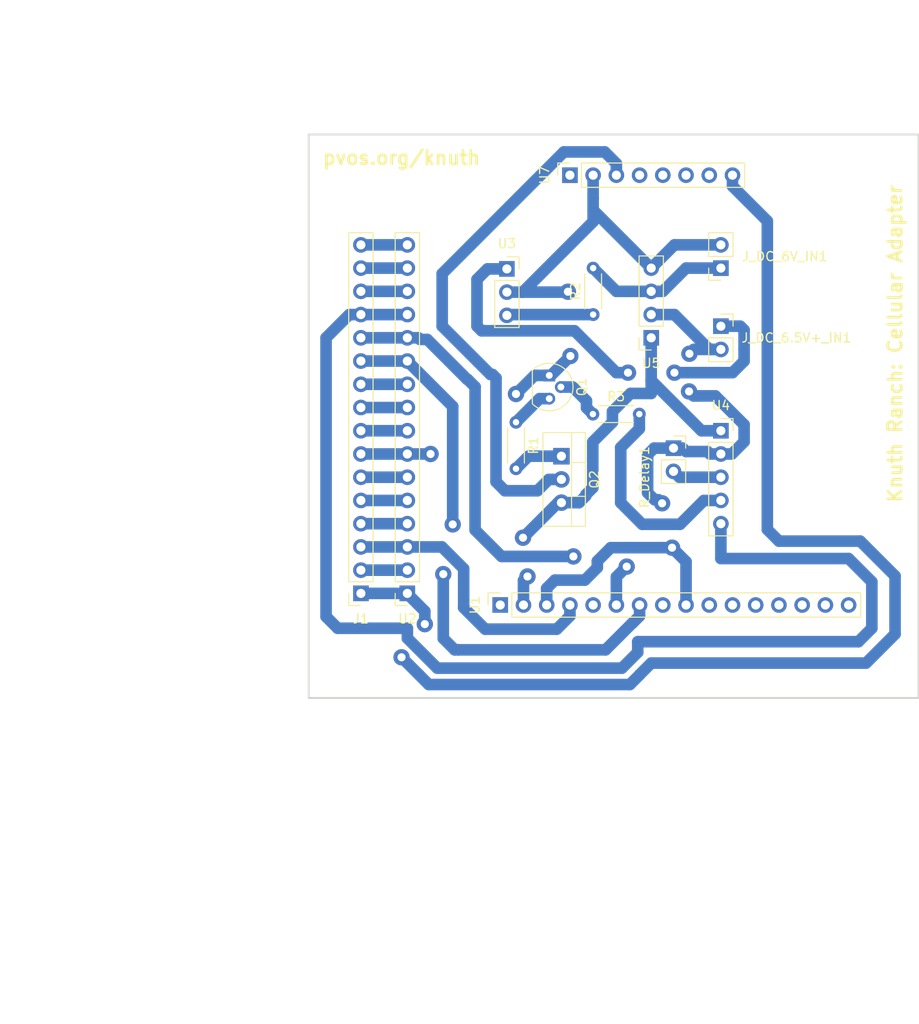
<source format=kicad_pcb>
(kicad_pcb (version 20171130) (host pcbnew 5.0.0-fee4fd1~65~ubuntu17.10.1)

  (general
    (thickness 1.6)
    (drawings 32)
    (tracks 213)
    (zones 0)
    (modules 15)
    (nets 27)
  )

  (page A4)
  (layers
    (0 F.Cu signal)
    (31 B.Cu signal)
    (32 B.Adhes user)
    (33 F.Adhes user)
    (34 B.Paste user)
    (35 F.Paste user)
    (36 B.SilkS user)
    (37 F.SilkS user)
    (38 B.Mask user)
    (39 F.Mask user)
    (40 Dwgs.User user)
    (41 Cmts.User user)
    (42 Eco1.User user)
    (43 Eco2.User user)
    (44 Edge.Cuts user)
    (45 Margin user)
    (46 B.CrtYd user)
    (47 F.CrtYd user)
    (48 B.Fab user)
    (49 F.Fab user)
  )

  (setup
    (last_trace_width 1.27)
    (user_trace_width 0.254)
    (user_trace_width 0.381)
    (user_trace_width 0.635)
    (user_trace_width 1.27)
    (user_trace_width 1.905)
    (user_trace_width 2.54)
    (trace_clearance 0.2)
    (zone_clearance 0.508)
    (zone_45_only no)
    (trace_min 0.2)
    (segment_width 0.2)
    (edge_width 0.15)
    (via_size 1.778)
    (via_drill 0.889)
    (via_min_size 0.4)
    (via_min_drill 0.508)
    (uvia_size 0.3)
    (uvia_drill 0.1)
    (uvias_allowed no)
    (uvia_min_size 0.2)
    (uvia_min_drill 0.1)
    (pcb_text_width 0.3)
    (pcb_text_size 1.5 1.5)
    (mod_edge_width 0.15)
    (mod_text_size 1 1)
    (mod_text_width 0.15)
    (pad_size 1.4 1.4)
    (pad_drill 0.7)
    (pad_to_mask_clearance 0.051)
    (solder_mask_min_width 0.25)
    (aux_axis_origin 0 0)
    (visible_elements FFFDFF7F)
    (pcbplotparams
      (layerselection 0x010fc_ffffffff)
      (usegerberextensions false)
      (usegerberattributes false)
      (usegerberadvancedattributes false)
      (creategerberjobfile false)
      (excludeedgelayer true)
      (linewidth 0.100000)
      (plotframeref false)
      (viasonmask false)
      (mode 1)
      (useauxorigin false)
      (hpglpennumber 1)
      (hpglpenspeed 20)
      (hpglpendiameter 15.000000)
      (psnegative false)
      (psa4output false)
      (plotreference true)
      (plotvalue true)
      (plotinvisibletext false)
      (padsonsilk false)
      (subtractmaskfromsilk false)
      (outputformat 1)
      (mirror false)
      (drillshape 0)
      (scaleselection 1)
      (outputdirectory "gerb"))
  )

  (net 0 "")
  (net 1 "Net-(J_DC_6.5V+_IN1-Pad1)")
  (net 2 GND)
  (net 3 "Net-(J_DC_6V_IN1-Pad1)")
  (net 4 "Net-(Q2-Pad1)")
  (net 5 "Net-(R2-Pad1)")
  (net 6 "Net-(R3-Pad2)")
  (net 7 "Net-(Q1-Pad2)")
  (net 8 "Net-(R_Delay1-Pad2)")
  (net 9 +BATT)
  (net 10 "Net-(Q2-Pad2)")
  (net 11 "Net-(J1-Pad3)")
  (net 12 "Net-(J1-Pad12)")
  (net 13 "Net-(J1-Pad11)")
  (net 14 "Net-(J1-Pad16)")
  (net 15 "Net-(J1-Pad15)")
  (net 16 "Net-(J1-Pad14)")
  (net 17 "Net-(J1-Pad13)")
  (net 18 "Net-(J1-Pad10)")
  (net 19 "Net-(J1-Pad9)")
  (net 20 "Net-(J1-Pad8)")
  (net 21 "Net-(J1-Pad6)")
  (net 22 "Net-(J1-Pad5)")
  (net 23 "Net-(J1-Pad4)")
  (net 24 "Net-(J1-Pad2)")
  (net 25 "Net-(J1-Pad1)")
  (net 26 "Net-(Q1-Pad3)")

  (net_class Default "This is the default net class."
    (clearance 0.2)
    (trace_width 0.25)
    (via_dia 1.778)
    (via_drill 0.889)
    (uvia_dia 0.3)
    (uvia_drill 0.1)
    (add_net +BATT)
    (add_net GND)
    (add_net "Net-(J1-Pad1)")
    (add_net "Net-(J1-Pad10)")
    (add_net "Net-(J1-Pad11)")
    (add_net "Net-(J1-Pad12)")
    (add_net "Net-(J1-Pad13)")
    (add_net "Net-(J1-Pad14)")
    (add_net "Net-(J1-Pad15)")
    (add_net "Net-(J1-Pad16)")
    (add_net "Net-(J1-Pad2)")
    (add_net "Net-(J1-Pad3)")
    (add_net "Net-(J1-Pad4)")
    (add_net "Net-(J1-Pad5)")
    (add_net "Net-(J1-Pad6)")
    (add_net "Net-(J1-Pad8)")
    (add_net "Net-(J1-Pad9)")
    (add_net "Net-(J_DC_6.5V+_IN1-Pad1)")
    (add_net "Net-(J_DC_6V_IN1-Pad1)")
    (add_net "Net-(Q1-Pad2)")
    (add_net "Net-(Q1-Pad3)")
    (add_net "Net-(Q2-Pad1)")
    (add_net "Net-(Q2-Pad2)")
    (add_net "Net-(R2-Pad1)")
    (add_net "Net-(R3-Pad2)")
    (add_net "Net-(R_Delay1-Pad2)")
  )

  (module Connector_PinSocket_2.54mm:PinSocket_1x02_P2.54mm_Vertical (layer F.Cu) (tedit 5A19A420) (tstamp 5D1A7A85)
    (at 254 77.47)
    (descr "Through hole straight socket strip, 1x02, 2.54mm pitch, single row (from Kicad 4.0.7), script generated")
    (tags "Through hole socket strip THT 1x02 2.54mm single row")
    (path /5D1BF711)
    (fp_text reference J_DC_6.5V+_IN1 (at 8.255 1.27 180) (layer F.SilkS)
      (effects (font (size 1 1) (thickness 0.15)))
    )
    (fp_text value Conn_01x02_Female (at 0 5.31) (layer F.Fab)
      (effects (font (size 1 1) (thickness 0.15)))
    )
    (fp_line (start -1.27 -1.27) (end 0.635 -1.27) (layer F.Fab) (width 0.1))
    (fp_line (start 0.635 -1.27) (end 1.27 -0.635) (layer F.Fab) (width 0.1))
    (fp_line (start 1.27 -0.635) (end 1.27 3.81) (layer F.Fab) (width 0.1))
    (fp_line (start 1.27 3.81) (end -1.27 3.81) (layer F.Fab) (width 0.1))
    (fp_line (start -1.27 3.81) (end -1.27 -1.27) (layer F.Fab) (width 0.1))
    (fp_line (start -1.33 1.27) (end 1.33 1.27) (layer F.SilkS) (width 0.12))
    (fp_line (start -1.33 1.27) (end -1.33 3.87) (layer F.SilkS) (width 0.12))
    (fp_line (start -1.33 3.87) (end 1.33 3.87) (layer F.SilkS) (width 0.12))
    (fp_line (start 1.33 1.27) (end 1.33 3.87) (layer F.SilkS) (width 0.12))
    (fp_line (start 1.33 -1.33) (end 1.33 0) (layer F.SilkS) (width 0.12))
    (fp_line (start 0 -1.33) (end 1.33 -1.33) (layer F.SilkS) (width 0.12))
    (fp_line (start -1.8 -1.8) (end 1.75 -1.8) (layer F.CrtYd) (width 0.05))
    (fp_line (start 1.75 -1.8) (end 1.75 4.3) (layer F.CrtYd) (width 0.05))
    (fp_line (start 1.75 4.3) (end -1.8 4.3) (layer F.CrtYd) (width 0.05))
    (fp_line (start -1.8 4.3) (end -1.8 -1.8) (layer F.CrtYd) (width 0.05))
    (fp_text user %R (at 0 1.27 90) (layer F.Fab)
      (effects (font (size 1 1) (thickness 0.15)))
    )
    (pad 1 thru_hole rect (at 0 0) (size 1.7 1.7) (drill 1) (layers *.Cu *.Mask)
      (net 1 "Net-(J_DC_6.5V+_IN1-Pad1)"))
    (pad 2 thru_hole oval (at 0 2.54) (size 1.7 1.7) (drill 1) (layers *.Cu *.Mask)
      (net 2 GND))
    (model ${KISYS3DMOD}/Connector_PinSocket_2.54mm.3dshapes/PinSocket_1x02_P2.54mm_Vertical.wrl
      (at (xyz 0 0 0))
      (scale (xyz 1 1 1))
      (rotate (xyz 0 0 0))
    )
  )

  (module Connector_PinSocket_2.54mm:PinSocket_1x02_P2.54mm_Vertical (layer F.Cu) (tedit 5A19A420) (tstamp 5D26F7CA)
    (at 254 71.12 180)
    (descr "Through hole straight socket strip, 1x02, 2.54mm pitch, single row (from Kicad 4.0.7), script generated")
    (tags "Through hole socket strip THT 1x02 2.54mm single row")
    (path /5D1B33C1)
    (fp_text reference J_DC_6V_IN1 (at -6.985 1.27 180) (layer F.SilkS)
      (effects (font (size 1 1) (thickness 0.15)))
    )
    (fp_text value Conn_01x02_Female (at 0 5.31 180) (layer F.Fab)
      (effects (font (size 1 1) (thickness 0.15)))
    )
    (fp_text user %R (at 0 1.27 270) (layer F.Fab)
      (effects (font (size 1 1) (thickness 0.15)))
    )
    (fp_line (start -1.8 4.3) (end -1.8 -1.8) (layer F.CrtYd) (width 0.05))
    (fp_line (start 1.75 4.3) (end -1.8 4.3) (layer F.CrtYd) (width 0.05))
    (fp_line (start 1.75 -1.8) (end 1.75 4.3) (layer F.CrtYd) (width 0.05))
    (fp_line (start -1.8 -1.8) (end 1.75 -1.8) (layer F.CrtYd) (width 0.05))
    (fp_line (start 0 -1.33) (end 1.33 -1.33) (layer F.SilkS) (width 0.12))
    (fp_line (start 1.33 -1.33) (end 1.33 0) (layer F.SilkS) (width 0.12))
    (fp_line (start 1.33 1.27) (end 1.33 3.87) (layer F.SilkS) (width 0.12))
    (fp_line (start -1.33 3.87) (end 1.33 3.87) (layer F.SilkS) (width 0.12))
    (fp_line (start -1.33 1.27) (end -1.33 3.87) (layer F.SilkS) (width 0.12))
    (fp_line (start -1.33 1.27) (end 1.33 1.27) (layer F.SilkS) (width 0.12))
    (fp_line (start -1.27 3.81) (end -1.27 -1.27) (layer F.Fab) (width 0.1))
    (fp_line (start 1.27 3.81) (end -1.27 3.81) (layer F.Fab) (width 0.1))
    (fp_line (start 1.27 -0.635) (end 1.27 3.81) (layer F.Fab) (width 0.1))
    (fp_line (start 0.635 -1.27) (end 1.27 -0.635) (layer F.Fab) (width 0.1))
    (fp_line (start -1.27 -1.27) (end 0.635 -1.27) (layer F.Fab) (width 0.1))
    (pad 2 thru_hole oval (at 0 2.54 180) (size 1.7 1.7) (drill 1) (layers *.Cu *.Mask)
      (net 2 GND))
    (pad 1 thru_hole rect (at 0 0 180) (size 1.7 1.7) (drill 1) (layers *.Cu *.Mask)
      (net 3 "Net-(J_DC_6V_IN1-Pad1)"))
    (model ${KISYS3DMOD}/Connector_PinSocket_2.54mm.3dshapes/PinSocket_1x02_P2.54mm_Vertical.wrl
      (at (xyz 0 0 0))
      (scale (xyz 1 1 1))
      (rotate (xyz 0 0 0))
    )
  )

  (module Resistor_THT:R_Axial_DIN0204_L3.6mm_D1.6mm_P5.08mm_Horizontal (layer F.Cu) (tedit 5AE5139B) (tstamp 5D26F7DD)
    (at 231.59 93.05 90)
    (descr "Resistor, Axial_DIN0204 series, Axial, Horizontal, pin pitch=5.08mm, 0.167W, length*diameter=3.6*1.6mm^2, http://cdn-reichelt.de/documents/datenblatt/B400/1_4W%23YAG.pdf")
    (tags "Resistor Axial_DIN0204 series Axial Horizontal pin pitch 5.08mm 0.167W length 3.6mm diameter 1.6mm")
    (path /5D190899)
    (fp_text reference R1 (at 2.54 1.905 90) (layer F.SilkS)
      (effects (font (size 1 1) (thickness 0.15)))
    )
    (fp_text value R (at 2.54 1.92 90) (layer F.Fab)
      (effects (font (size 1 1) (thickness 0.15)))
    )
    (fp_line (start 0.74 -0.8) (end 0.74 0.8) (layer F.Fab) (width 0.1))
    (fp_line (start 0.74 0.8) (end 4.34 0.8) (layer F.Fab) (width 0.1))
    (fp_line (start 4.34 0.8) (end 4.34 -0.8) (layer F.Fab) (width 0.1))
    (fp_line (start 4.34 -0.8) (end 0.74 -0.8) (layer F.Fab) (width 0.1))
    (fp_line (start 0 0) (end 0.74 0) (layer F.Fab) (width 0.1))
    (fp_line (start 5.08 0) (end 4.34 0) (layer F.Fab) (width 0.1))
    (fp_line (start 0.62 -0.92) (end 4.46 -0.92) (layer F.SilkS) (width 0.12))
    (fp_line (start 0.62 0.92) (end 4.46 0.92) (layer F.SilkS) (width 0.12))
    (fp_line (start -0.95 -1.05) (end -0.95 1.05) (layer F.CrtYd) (width 0.05))
    (fp_line (start -0.95 1.05) (end 6.03 1.05) (layer F.CrtYd) (width 0.05))
    (fp_line (start 6.03 1.05) (end 6.03 -1.05) (layer F.CrtYd) (width 0.05))
    (fp_line (start 6.03 -1.05) (end -0.95 -1.05) (layer F.CrtYd) (width 0.05))
    (fp_text user %R (at 2.54 0 90) (layer F.Fab)
      (effects (font (size 0.72 0.72) (thickness 0.108)))
    )
    (pad 1 thru_hole circle (at 0 0 90) (size 1.4 1.4) (drill 0.7) (layers *.Cu *.Mask)
      (net 4 "Net-(Q2-Pad1)"))
    (pad 2 thru_hole oval (at 5.08 0 90) (size 1.4 1.4) (drill 0.7) (layers *.Cu *.Mask)
      (net 26 "Net-(Q1-Pad3)"))
    (model ${KISYS3DMOD}/Resistor_THT.3dshapes/R_Axial_DIN0204_L3.6mm_D1.6mm_P5.08mm_Horizontal.wrl
      (at (xyz 0 0 0))
      (scale (xyz 1 1 1))
      (rotate (xyz 0 0 0))
    )
  )

  (module Resistor_THT:R_Axial_DIN0204_L3.6mm_D1.6mm_P5.08mm_Horizontal (layer F.Cu) (tedit 5D1A83D7) (tstamp 5D270B33)
    (at 240.03 76.2 90)
    (descr "Resistor, Axial_DIN0204 series, Axial, Horizontal, pin pitch=5.08mm, 0.167W, length*diameter=3.6*1.6mm^2, http://cdn-reichelt.de/documents/datenblatt/B400/1_4W%23YAG.pdf")
    (tags "Resistor Axial_DIN0204 series Axial Horizontal pin pitch 5.08mm 0.167W length 3.6mm diameter 1.6mm")
    (path /5D1CAEE6)
    (fp_text reference R2 (at 2.54 -1.92 90) (layer F.SilkS)
      (effects (font (size 1 1) (thickness 0.15)))
    )
    (fp_text value R (at 2.54 1.92 90) (layer F.Fab)
      (effects (font (size 1 1) (thickness 0.15)))
    )
    (fp_line (start 0.74 -0.8) (end 0.74 0.8) (layer F.Fab) (width 0.1))
    (fp_line (start 0.74 0.8) (end 4.34 0.8) (layer F.Fab) (width 0.1))
    (fp_line (start 4.34 0.8) (end 4.34 -0.8) (layer F.Fab) (width 0.1))
    (fp_line (start 4.34 -0.8) (end 0.74 -0.8) (layer F.Fab) (width 0.1))
    (fp_line (start 0 0) (end 0.74 0) (layer F.Fab) (width 0.1))
    (fp_line (start 5.08 0) (end 4.34 0) (layer F.Fab) (width 0.1))
    (fp_line (start 0.62 -0.92) (end 4.46 -0.92) (layer F.SilkS) (width 0.12))
    (fp_line (start 0.62 0.92) (end 4.46 0.92) (layer F.SilkS) (width 0.12))
    (fp_line (start -0.95 -1.05) (end -0.95 1.05) (layer F.CrtYd) (width 0.05))
    (fp_line (start -0.95 1.05) (end 6.03 1.05) (layer F.CrtYd) (width 0.05))
    (fp_line (start 6.03 1.05) (end 6.03 -1.05) (layer F.CrtYd) (width 0.05))
    (fp_line (start 6.03 -1.05) (end -0.95 -1.05) (layer F.CrtYd) (width 0.05))
    (fp_text user %R (at 2.54 0 90) (layer F.Fab)
      (effects (font (size 0.72 0.72) (thickness 0.108)))
    )
    (pad 1 thru_hole circle (at 0 0 90) (size 1.4 1.4) (drill 0.7) (layers *.Cu *.Mask)
      (net 5 "Net-(R2-Pad1)"))
    (pad 2 thru_hole oval (at 5.08 0 90) (size 1.4 1.4) (drill 0.7) (layers *.Cu *.Mask)
      (net 3 "Net-(J_DC_6V_IN1-Pad1)"))
    (model ${KISYS3DMOD}/Resistor_THT.3dshapes/R_Axial_DIN0204_L3.6mm_D1.6mm_P5.08mm_Horizontal.wrl
      (at (xyz 0 0 0))
      (scale (xyz 1 1 1))
      (rotate (xyz 0 0 0))
    )
  )

  (module Resistor_THT:R_Axial_DIN0204_L3.6mm_D1.6mm_P5.08mm_Horizontal (layer F.Cu) (tedit 5AE5139B) (tstamp 5D27141F)
    (at 240 87.08)
    (descr "Resistor, Axial_DIN0204 series, Axial, Horizontal, pin pitch=5.08mm, 0.167W, length*diameter=3.6*1.6mm^2, http://cdn-reichelt.de/documents/datenblatt/B400/1_4W%23YAG.pdf")
    (tags "Resistor Axial_DIN0204 series Axial Horizontal pin pitch 5.08mm 0.167W length 3.6mm diameter 1.6mm")
    (path /5D198BCF)
    (fp_text reference R3 (at 2.54 -1.92) (layer F.SilkS)
      (effects (font (size 1 1) (thickness 0.15)))
    )
    (fp_text value R (at 2.54 1.92) (layer F.Fab)
      (effects (font (size 1 1) (thickness 0.15)))
    )
    (fp_text user %R (at 2.54 0) (layer F.Fab)
      (effects (font (size 0.72 0.72) (thickness 0.108)))
    )
    (fp_line (start 6.03 -1.05) (end -0.95 -1.05) (layer F.CrtYd) (width 0.05))
    (fp_line (start 6.03 1.05) (end 6.03 -1.05) (layer F.CrtYd) (width 0.05))
    (fp_line (start -0.95 1.05) (end 6.03 1.05) (layer F.CrtYd) (width 0.05))
    (fp_line (start -0.95 -1.05) (end -0.95 1.05) (layer F.CrtYd) (width 0.05))
    (fp_line (start 0.62 0.92) (end 4.46 0.92) (layer F.SilkS) (width 0.12))
    (fp_line (start 0.62 -0.92) (end 4.46 -0.92) (layer F.SilkS) (width 0.12))
    (fp_line (start 5.08 0) (end 4.34 0) (layer F.Fab) (width 0.1))
    (fp_line (start 0 0) (end 0.74 0) (layer F.Fab) (width 0.1))
    (fp_line (start 4.34 -0.8) (end 0.74 -0.8) (layer F.Fab) (width 0.1))
    (fp_line (start 4.34 0.8) (end 4.34 -0.8) (layer F.Fab) (width 0.1))
    (fp_line (start 0.74 0.8) (end 4.34 0.8) (layer F.Fab) (width 0.1))
    (fp_line (start 0.74 -0.8) (end 0.74 0.8) (layer F.Fab) (width 0.1))
    (pad 2 thru_hole oval (at 5.08 0) (size 1.4 1.4) (drill 0.7) (layers *.Cu *.Mask)
      (net 6 "Net-(R3-Pad2)"))
    (pad 1 thru_hole circle (at 0 0) (size 1.4 1.4) (drill 0.7) (layers *.Cu *.Mask)
      (net 7 "Net-(Q1-Pad2)"))
    (model ${KISYS3DMOD}/Resistor_THT.3dshapes/R_Axial_DIN0204_L3.6mm_D1.6mm_P5.08mm_Horizontal.wrl
      (at (xyz 0 0 0))
      (scale (xyz 1 1 1))
      (rotate (xyz 0 0 0))
    )
  )

  (module Connector_PinSocket_2.54mm:PinSocket_1x02_P2.54mm_Vertical (layer F.Cu) (tedit 5A19A420) (tstamp 5D26FF4A)
    (at 248.82 90.8)
    (descr "Through hole straight socket strip, 1x02, 2.54mm pitch, single row (from Kicad 4.0.7), script generated")
    (tags "Through hole socket strip THT 1x02 2.54mm single row")
    (path /5D197A39)
    (fp_text reference R_Delay1 (at -3.175 3.175 90) (layer F.SilkS)
      (effects (font (size 1 1) (thickness 0.15)))
    )
    (fp_text value Conn_01x02_Female (at 0 5.31) (layer F.Fab)
      (effects (font (size 1 1) (thickness 0.15)))
    )
    (fp_line (start -1.27 -1.27) (end 0.635 -1.27) (layer F.Fab) (width 0.1))
    (fp_line (start 0.635 -1.27) (end 1.27 -0.635) (layer F.Fab) (width 0.1))
    (fp_line (start 1.27 -0.635) (end 1.27 3.81) (layer F.Fab) (width 0.1))
    (fp_line (start 1.27 3.81) (end -1.27 3.81) (layer F.Fab) (width 0.1))
    (fp_line (start -1.27 3.81) (end -1.27 -1.27) (layer F.Fab) (width 0.1))
    (fp_line (start -1.33 1.27) (end 1.33 1.27) (layer F.SilkS) (width 0.12))
    (fp_line (start -1.33 1.27) (end -1.33 3.87) (layer F.SilkS) (width 0.12))
    (fp_line (start -1.33 3.87) (end 1.33 3.87) (layer F.SilkS) (width 0.12))
    (fp_line (start 1.33 1.27) (end 1.33 3.87) (layer F.SilkS) (width 0.12))
    (fp_line (start 1.33 -1.33) (end 1.33 0) (layer F.SilkS) (width 0.12))
    (fp_line (start 0 -1.33) (end 1.33 -1.33) (layer F.SilkS) (width 0.12))
    (fp_line (start -1.8 -1.8) (end 1.75 -1.8) (layer F.CrtYd) (width 0.05))
    (fp_line (start 1.75 -1.8) (end 1.75 4.3) (layer F.CrtYd) (width 0.05))
    (fp_line (start 1.75 4.3) (end -1.8 4.3) (layer F.CrtYd) (width 0.05))
    (fp_line (start -1.8 4.3) (end -1.8 -1.8) (layer F.CrtYd) (width 0.05))
    (fp_text user %R (at 0 1.27 90) (layer F.Fab)
      (effects (font (size 1 1) (thickness 0.15)))
    )
    (pad 1 thru_hole rect (at 0 0) (size 1.7 1.7) (drill 1) (layers *.Cu *.Mask)
      (net 2 GND))
    (pad 2 thru_hole oval (at 0 2.54) (size 1.7 1.7) (drill 1) (layers *.Cu *.Mask)
      (net 8 "Net-(R_Delay1-Pad2)"))
    (model ${KISYS3DMOD}/Connector_PinSocket_2.54mm.3dshapes/PinSocket_1x02_P2.54mm_Vertical.wrl
      (at (xyz 0 0 0))
      (scale (xyz 1 1 1))
      (rotate (xyz 0 0 0))
    )
  )

  (module Connector_PinSocket_2.54mm:PinSocket_1x16_P2.54mm_Vertical (layer F.Cu) (tedit 5A19A41E) (tstamp 5D1A7868)
    (at 229.87 107.95 90)
    (descr "Through hole straight socket strip, 1x16, 2.54mm pitch, single row (from Kicad 4.0.7), script generated")
    (tags "Through hole socket strip THT 1x16 2.54mm single row")
    (path /5D195B61)
    (fp_text reference U1 (at 0 -2.77 90) (layer F.SilkS)
      (effects (font (size 1 1) (thickness 0.15)))
    )
    (fp_text value FONA808 (at 0 40.87 90) (layer F.Fab)
      (effects (font (size 1 1) (thickness 0.15)))
    )
    (fp_line (start -1.27 -1.27) (end 0.635 -1.27) (layer F.Fab) (width 0.1))
    (fp_line (start 0.635 -1.27) (end 1.27 -0.635) (layer F.Fab) (width 0.1))
    (fp_line (start 1.27 -0.635) (end 1.27 39.37) (layer F.Fab) (width 0.1))
    (fp_line (start 1.27 39.37) (end -1.27 39.37) (layer F.Fab) (width 0.1))
    (fp_line (start -1.27 39.37) (end -1.27 -1.27) (layer F.Fab) (width 0.1))
    (fp_line (start -1.33 1.27) (end 1.33 1.27) (layer F.SilkS) (width 0.12))
    (fp_line (start -1.33 1.27) (end -1.33 39.43) (layer F.SilkS) (width 0.12))
    (fp_line (start -1.33 39.43) (end 1.33 39.43) (layer F.SilkS) (width 0.12))
    (fp_line (start 1.33 1.27) (end 1.33 39.43) (layer F.SilkS) (width 0.12))
    (fp_line (start 1.33 -1.33) (end 1.33 0) (layer F.SilkS) (width 0.12))
    (fp_line (start 0 -1.33) (end 1.33 -1.33) (layer F.SilkS) (width 0.12))
    (fp_line (start -1.8 -1.8) (end 1.75 -1.8) (layer F.CrtYd) (width 0.05))
    (fp_line (start 1.75 -1.8) (end 1.75 39.9) (layer F.CrtYd) (width 0.05))
    (fp_line (start 1.75 39.9) (end -1.8 39.9) (layer F.CrtYd) (width 0.05))
    (fp_line (start -1.8 39.9) (end -1.8 -1.8) (layer F.CrtYd) (width 0.05))
    (fp_text user %R (at 0 19.05 180) (layer F.Fab)
      (effects (font (size 1 1) (thickness 0.15)))
    )
    (pad 1 thru_hole rect (at 0 0 90) (size 1.7 1.7) (drill 1) (layers *.Cu *.Mask))
    (pad 2 thru_hole oval (at 0 2.54 90) (size 1.7 1.7) (drill 1) (layers *.Cu *.Mask)
      (net 9 +BATT))
    (pad 3 thru_hole oval (at 0 5.08 90) (size 1.7 1.7) (drill 1) (layers *.Cu *.Mask)
      (net 2 GND))
    (pad 4 thru_hole oval (at 0 7.62 90) (size 1.7 1.7) (drill 1) (layers *.Cu *.Mask)
      (net 11 "Net-(J1-Pad3)"))
    (pad 5 thru_hole oval (at 0 10.16 90) (size 1.7 1.7) (drill 1) (layers *.Cu *.Mask))
    (pad 6 thru_hole oval (at 0 12.7 90) (size 1.7 1.7) (drill 1) (layers *.Cu *.Mask)
      (net 12 "Net-(J1-Pad12)"))
    (pad 7 thru_hole oval (at 0 15.24 90) (size 1.7 1.7) (drill 1) (layers *.Cu *.Mask)
      (net 13 "Net-(J1-Pad11)"))
    (pad 8 thru_hole oval (at 0 17.78 90) (size 1.7 1.7) (drill 1) (layers *.Cu *.Mask))
    (pad 9 thru_hole oval (at 0 20.32 90) (size 1.7 1.7) (drill 1) (layers *.Cu *.Mask)
      (net 2 GND))
    (pad 10 thru_hole oval (at 0 22.86 90) (size 1.7 1.7) (drill 1) (layers *.Cu *.Mask))
    (pad 11 thru_hole oval (at 0 25.4 90) (size 1.7 1.7) (drill 1) (layers *.Cu *.Mask))
    (pad 12 thru_hole oval (at 0 27.94 90) (size 1.7 1.7) (drill 1) (layers *.Cu *.Mask))
    (pad 13 thru_hole oval (at 0 30.48 90) (size 1.7 1.7) (drill 1) (layers *.Cu *.Mask))
    (pad 14 thru_hole oval (at 0 33.02 90) (size 1.7 1.7) (drill 1) (layers *.Cu *.Mask))
    (pad 15 thru_hole oval (at 0 35.56 90) (size 1.7 1.7) (drill 1) (layers *.Cu *.Mask))
    (pad 16 thru_hole oval (at 0 38.1 90) (size 1.7 1.7) (drill 1) (layers *.Cu *.Mask))
    (model ${KISYS3DMOD}/Connector_PinSocket_2.54mm.3dshapes/PinSocket_1x16_P2.54mm_Vertical.wrl
      (at (xyz 0 0 0))
      (scale (xyz 1 1 1))
      (rotate (xyz 0 0 0))
    )
  )

  (module Connector_PinSocket_2.54mm:PinSocket_1x16_P2.54mm_Vertical (layer F.Cu) (tedit 5A19A41E) (tstamp 5D26F861)
    (at 219.71 106.68 180)
    (descr "Through hole straight socket strip, 1x16, 2.54mm pitch, single row (from Kicad 4.0.7), script generated")
    (tags "Through hole socket strip THT 1x16 2.54mm single row")
    (path /5D19C257)
    (fp_text reference U2 (at 0 -2.77 180) (layer F.SilkS)
      (effects (font (size 1 1) (thickness 0.15)))
    )
    (fp_text value Q_RHS (at 0 40.87 180) (layer F.Fab)
      (effects (font (size 1 1) (thickness 0.15)))
    )
    (fp_text user %R (at 0 19.05 270) (layer F.Fab)
      (effects (font (size 1 1) (thickness 0.15)))
    )
    (fp_line (start -1.8 39.9) (end -1.8 -1.8) (layer F.CrtYd) (width 0.05))
    (fp_line (start 1.75 39.9) (end -1.8 39.9) (layer F.CrtYd) (width 0.05))
    (fp_line (start 1.75 -1.8) (end 1.75 39.9) (layer F.CrtYd) (width 0.05))
    (fp_line (start -1.8 -1.8) (end 1.75 -1.8) (layer F.CrtYd) (width 0.05))
    (fp_line (start 0 -1.33) (end 1.33 -1.33) (layer F.SilkS) (width 0.12))
    (fp_line (start 1.33 -1.33) (end 1.33 0) (layer F.SilkS) (width 0.12))
    (fp_line (start 1.33 1.27) (end 1.33 39.43) (layer F.SilkS) (width 0.12))
    (fp_line (start -1.33 39.43) (end 1.33 39.43) (layer F.SilkS) (width 0.12))
    (fp_line (start -1.33 1.27) (end -1.33 39.43) (layer F.SilkS) (width 0.12))
    (fp_line (start -1.33 1.27) (end 1.33 1.27) (layer F.SilkS) (width 0.12))
    (fp_line (start -1.27 39.37) (end -1.27 -1.27) (layer F.Fab) (width 0.1))
    (fp_line (start 1.27 39.37) (end -1.27 39.37) (layer F.Fab) (width 0.1))
    (fp_line (start 1.27 -0.635) (end 1.27 39.37) (layer F.Fab) (width 0.1))
    (fp_line (start 0.635 -1.27) (end 1.27 -0.635) (layer F.Fab) (width 0.1))
    (fp_line (start -1.27 -1.27) (end 0.635 -1.27) (layer F.Fab) (width 0.1))
    (pad 16 thru_hole oval (at 0 38.1 180) (size 1.7 1.7) (drill 1) (layers *.Cu *.Mask)
      (net 14 "Net-(J1-Pad16)"))
    (pad 15 thru_hole oval (at 0 35.56 180) (size 1.7 1.7) (drill 1) (layers *.Cu *.Mask)
      (net 15 "Net-(J1-Pad15)"))
    (pad 14 thru_hole oval (at 0 33.02 180) (size 1.7 1.7) (drill 1) (layers *.Cu *.Mask)
      (net 16 "Net-(J1-Pad14)"))
    (pad 13 thru_hole oval (at 0 30.48 180) (size 1.7 1.7) (drill 1) (layers *.Cu *.Mask)
      (net 17 "Net-(J1-Pad13)"))
    (pad 12 thru_hole oval (at 0 27.94 180) (size 1.7 1.7) (drill 1) (layers *.Cu *.Mask)
      (net 12 "Net-(J1-Pad12)"))
    (pad 11 thru_hole oval (at 0 25.4 180) (size 1.7 1.7) (drill 1) (layers *.Cu *.Mask)
      (net 13 "Net-(J1-Pad11)"))
    (pad 10 thru_hole oval (at 0 22.86 180) (size 1.7 1.7) (drill 1) (layers *.Cu *.Mask)
      (net 18 "Net-(J1-Pad10)"))
    (pad 9 thru_hole oval (at 0 20.32 180) (size 1.7 1.7) (drill 1) (layers *.Cu *.Mask)
      (net 19 "Net-(J1-Pad9)"))
    (pad 8 thru_hole oval (at 0 17.78 180) (size 1.7 1.7) (drill 1) (layers *.Cu *.Mask)
      (net 20 "Net-(J1-Pad8)"))
    (pad 7 thru_hole oval (at 0 15.24 180) (size 1.7 1.7) (drill 1) (layers *.Cu *.Mask)
      (net 2 GND))
    (pad 6 thru_hole oval (at 0 12.7 180) (size 1.7 1.7) (drill 1) (layers *.Cu *.Mask)
      (net 21 "Net-(J1-Pad6)"))
    (pad 5 thru_hole oval (at 0 10.16 180) (size 1.7 1.7) (drill 1) (layers *.Cu *.Mask)
      (net 22 "Net-(J1-Pad5)"))
    (pad 4 thru_hole oval (at 0 7.62 180) (size 1.7 1.7) (drill 1) (layers *.Cu *.Mask)
      (net 23 "Net-(J1-Pad4)"))
    (pad 3 thru_hole oval (at 0 5.08 180) (size 1.7 1.7) (drill 1) (layers *.Cu *.Mask)
      (net 11 "Net-(J1-Pad3)"))
    (pad 2 thru_hole oval (at 0 2.54 180) (size 1.7 1.7) (drill 1) (layers *.Cu *.Mask)
      (net 24 "Net-(J1-Pad2)"))
    (pad 1 thru_hole rect (at 0 0 180) (size 1.7 1.7) (drill 1) (layers *.Cu *.Mask)
      (net 25 "Net-(J1-Pad1)"))
    (model ${KISYS3DMOD}/Connector_PinSocket_2.54mm.3dshapes/PinSocket_1x16_P2.54mm_Vertical.wrl
      (at (xyz 0 0 0))
      (scale (xyz 1 1 1))
      (rotate (xyz 0 0 0))
    )
  )

  (module Connector_PinSocket_2.54mm:PinSocket_1x03_P2.54mm_Vertical (layer F.Cu) (tedit 5A19A429) (tstamp 5D26F878)
    (at 230.596529 71.205865)
    (descr "Through hole straight socket strip, 1x03, 2.54mm pitch, single row (from Kicad 4.0.7), script generated")
    (tags "Through hole socket strip THT 1x03 2.54mm single row")
    (path /5D1B5FD5)
    (fp_text reference U3 (at 0 -2.77) (layer F.SilkS)
      (effects (font (size 1 1) (thickness 0.15)))
    )
    (fp_text value CUI_5V_SWITCHING (at 0 7.85) (layer F.Fab)
      (effects (font (size 1 1) (thickness 0.15)))
    )
    (fp_line (start -1.27 -1.27) (end 0.635 -1.27) (layer F.Fab) (width 0.1))
    (fp_line (start 0.635 -1.27) (end 1.27 -0.635) (layer F.Fab) (width 0.1))
    (fp_line (start 1.27 -0.635) (end 1.27 6.35) (layer F.Fab) (width 0.1))
    (fp_line (start 1.27 6.35) (end -1.27 6.35) (layer F.Fab) (width 0.1))
    (fp_line (start -1.27 6.35) (end -1.27 -1.27) (layer F.Fab) (width 0.1))
    (fp_line (start -1.33 1.27) (end 1.33 1.27) (layer F.SilkS) (width 0.12))
    (fp_line (start -1.33 1.27) (end -1.33 6.41) (layer F.SilkS) (width 0.12))
    (fp_line (start -1.33 6.41) (end 1.33 6.41) (layer F.SilkS) (width 0.12))
    (fp_line (start 1.33 1.27) (end 1.33 6.41) (layer F.SilkS) (width 0.12))
    (fp_line (start 1.33 -1.33) (end 1.33 0) (layer F.SilkS) (width 0.12))
    (fp_line (start 0 -1.33) (end 1.33 -1.33) (layer F.SilkS) (width 0.12))
    (fp_line (start -1.8 -1.8) (end 1.75 -1.8) (layer F.CrtYd) (width 0.05))
    (fp_line (start 1.75 -1.8) (end 1.75 6.85) (layer F.CrtYd) (width 0.05))
    (fp_line (start 1.75 6.85) (end -1.8 6.85) (layer F.CrtYd) (width 0.05))
    (fp_line (start -1.8 6.85) (end -1.8 -1.8) (layer F.CrtYd) (width 0.05))
    (fp_text user %R (at 0 2.54 -270) (layer F.Fab)
      (effects (font (size 1 1) (thickness 0.15)))
    )
    (pad 1 thru_hole rect (at 0 0) (size 1.7 1.7) (drill 1) (layers *.Cu *.Mask)
      (net 1 "Net-(J_DC_6.5V+_IN1-Pad1)"))
    (pad 2 thru_hole oval (at 0 2.54) (size 1.7 1.7) (drill 1) (layers *.Cu *.Mask)
      (net 2 GND))
    (pad 3 thru_hole oval (at 0 5.08) (size 1.7 1.7) (drill 1) (layers *.Cu *.Mask)
      (net 5 "Net-(R2-Pad1)"))
    (model ${KISYS3DMOD}/Connector_PinSocket_2.54mm.3dshapes/PinSocket_1x03_P2.54mm_Vertical.wrl
      (at (xyz 0 0 0))
      (scale (xyz 1 1 1))
      (rotate (xyz 0 0 0))
    )
  )

  (module Connector_PinSocket_2.54mm:PinSocket_1x05_P2.54mm_Vertical (layer F.Cu) (tedit 5A19A420) (tstamp 5D2702E4)
    (at 254 88.9)
    (descr "Through hole straight socket strip, 1x05, 2.54mm pitch, single row (from Kicad 4.0.7), script generated")
    (tags "Through hole socket strip THT 1x05 2.54mm single row")
    (path /5D196517)
    (fp_text reference U4 (at 0 -2.77) (layer F.SilkS)
      (effects (font (size 1 1) (thickness 0.15)))
    )
    (fp_text value tpl5110 (at 0 12.93) (layer F.Fab)
      (effects (font (size 1 1) (thickness 0.15)))
    )
    (fp_line (start -1.27 -1.27) (end 0.635 -1.27) (layer F.Fab) (width 0.1))
    (fp_line (start 0.635 -1.27) (end 1.27 -0.635) (layer F.Fab) (width 0.1))
    (fp_line (start 1.27 -0.635) (end 1.27 11.43) (layer F.Fab) (width 0.1))
    (fp_line (start 1.27 11.43) (end -1.27 11.43) (layer F.Fab) (width 0.1))
    (fp_line (start -1.27 11.43) (end -1.27 -1.27) (layer F.Fab) (width 0.1))
    (fp_line (start -1.33 1.27) (end 1.33 1.27) (layer F.SilkS) (width 0.12))
    (fp_line (start -1.33 1.27) (end -1.33 11.49) (layer F.SilkS) (width 0.12))
    (fp_line (start -1.33 11.49) (end 1.33 11.49) (layer F.SilkS) (width 0.12))
    (fp_line (start 1.33 1.27) (end 1.33 11.49) (layer F.SilkS) (width 0.12))
    (fp_line (start 1.33 -1.33) (end 1.33 0) (layer F.SilkS) (width 0.12))
    (fp_line (start 0 -1.33) (end 1.33 -1.33) (layer F.SilkS) (width 0.12))
    (fp_line (start -1.8 -1.8) (end 1.75 -1.8) (layer F.CrtYd) (width 0.05))
    (fp_line (start 1.75 -1.8) (end 1.75 11.9) (layer F.CrtYd) (width 0.05))
    (fp_line (start 1.75 11.9) (end -1.8 11.9) (layer F.CrtYd) (width 0.05))
    (fp_line (start -1.8 11.9) (end -1.8 -1.8) (layer F.CrtYd) (width 0.05))
    (fp_text user %R (at 0 5.08 -270) (layer F.Fab)
      (effects (font (size 1 1) (thickness 0.15)))
    )
    (pad 1 thru_hole rect (at 0 0) (size 1.7 1.7) (drill 1) (layers *.Cu *.Mask)
      (net 9 +BATT))
    (pad 2 thru_hole oval (at 0 2.54) (size 1.7 1.7) (drill 1) (layers *.Cu *.Mask)
      (net 2 GND))
    (pad 3 thru_hole oval (at 0 5.08) (size 1.7 1.7) (drill 1) (layers *.Cu *.Mask)
      (net 8 "Net-(R_Delay1-Pad2)"))
    (pad 4 thru_hole oval (at 0 7.62) (size 1.7 1.7) (drill 1) (layers *.Cu *.Mask)
      (net 6 "Net-(R3-Pad2)"))
    (pad 5 thru_hole oval (at 0 10.16) (size 1.7 1.7) (drill 1) (layers *.Cu *.Mask)
      (net 17 "Net-(J1-Pad13)"))
    (model ${KISYS3DMOD}/Connector_PinSocket_2.54mm.3dshapes/PinSocket_1x05_P2.54mm_Vertical.wrl
      (at (xyz 0 0 0))
      (scale (xyz 1 1 1))
      (rotate (xyz 0 0 0))
    )
  )

  (module Connector_PinSocket_2.54mm:PinSocket_1x04_P2.54mm_Vertical (layer F.Cu) (tedit 5A19A429) (tstamp 5D1A79D7)
    (at 246.38 78.74 180)
    (descr "Through hole straight socket strip, 1x04, 2.54mm pitch, single row (from Kicad 4.0.7), script generated")
    (tags "Through hole socket strip THT 1x04 2.54mm single row")
    (path /5D196E31)
    (fp_text reference U5 (at 0 -2.77 180) (layer F.SilkS)
      (effects (font (size 1 1) (thickness 0.15)))
    )
    (fp_text value adasolarlipo (at 0 10.39 180) (layer F.Fab)
      (effects (font (size 1 1) (thickness 0.15)))
    )
    (fp_line (start -1.27 -1.27) (end 0.635 -1.27) (layer F.Fab) (width 0.1))
    (fp_line (start 0.635 -1.27) (end 1.27 -0.635) (layer F.Fab) (width 0.1))
    (fp_line (start 1.27 -0.635) (end 1.27 8.89) (layer F.Fab) (width 0.1))
    (fp_line (start 1.27 8.89) (end -1.27 8.89) (layer F.Fab) (width 0.1))
    (fp_line (start -1.27 8.89) (end -1.27 -1.27) (layer F.Fab) (width 0.1))
    (fp_line (start -1.33 1.27) (end 1.33 1.27) (layer F.SilkS) (width 0.12))
    (fp_line (start -1.33 1.27) (end -1.33 8.95) (layer F.SilkS) (width 0.12))
    (fp_line (start -1.33 8.95) (end 1.33 8.95) (layer F.SilkS) (width 0.12))
    (fp_line (start 1.33 1.27) (end 1.33 8.95) (layer F.SilkS) (width 0.12))
    (fp_line (start 1.33 -1.33) (end 1.33 0) (layer F.SilkS) (width 0.12))
    (fp_line (start 0 -1.33) (end 1.33 -1.33) (layer F.SilkS) (width 0.12))
    (fp_line (start -1.8 -1.8) (end 1.75 -1.8) (layer F.CrtYd) (width 0.05))
    (fp_line (start 1.75 -1.8) (end 1.75 9.4) (layer F.CrtYd) (width 0.05))
    (fp_line (start 1.75 9.4) (end -1.8 9.4) (layer F.CrtYd) (width 0.05))
    (fp_line (start -1.8 9.4) (end -1.8 -1.8) (layer F.CrtYd) (width 0.05))
    (fp_text user %R (at 0 3.81 270) (layer F.Fab)
      (effects (font (size 1 1) (thickness 0.15)))
    )
    (pad 1 thru_hole rect (at 0 0 180) (size 1.7 1.7) (drill 1) (layers *.Cu *.Mask)
      (net 9 +BATT))
    (pad 2 thru_hole oval (at 0 2.54 180) (size 1.7 1.7) (drill 1) (layers *.Cu *.Mask)
      (net 2 GND))
    (pad 3 thru_hole oval (at 0 5.08 180) (size 1.7 1.7) (drill 1) (layers *.Cu *.Mask)
      (net 3 "Net-(J_DC_6V_IN1-Pad1)"))
    (pad 4 thru_hole oval (at 0 7.62 180) (size 1.7 1.7) (drill 1) (layers *.Cu *.Mask)
      (net 2 GND))
    (model ${KISYS3DMOD}/Connector_PinSocket_2.54mm.3dshapes/PinSocket_1x04_P2.54mm_Vertical.wrl
      (at (xyz 0 0 0))
      (scale (xyz 1 1 1))
      (rotate (xyz 0 0 0))
    )
  )

  (module Connector_PinSocket_2.54mm:PinSocket_1x08_P2.54mm_Vertical (layer F.Cu) (tedit 5A19A420) (tstamp 5D27055C)
    (at 237.49 60.96 90)
    (descr "Through hole straight socket strip, 1x08, 2.54mm pitch, single row (from Kicad 4.0.7), script generated")
    (tags "Through hole socket strip THT 1x08 2.54mm single row")
    (path /5D19A756)
    (fp_text reference U7 (at 0 -2.77 90) (layer F.SilkS)
      (effects (font (size 1 1) (thickness 0.15)))
    )
    (fp_text value powerboost_500 (at 0 20.55 90) (layer F.Fab)
      (effects (font (size 1 1) (thickness 0.15)))
    )
    (fp_line (start -1.27 -1.27) (end 0.635 -1.27) (layer F.Fab) (width 0.1))
    (fp_line (start 0.635 -1.27) (end 1.27 -0.635) (layer F.Fab) (width 0.1))
    (fp_line (start 1.27 -0.635) (end 1.27 19.05) (layer F.Fab) (width 0.1))
    (fp_line (start 1.27 19.05) (end -1.27 19.05) (layer F.Fab) (width 0.1))
    (fp_line (start -1.27 19.05) (end -1.27 -1.27) (layer F.Fab) (width 0.1))
    (fp_line (start -1.33 1.27) (end 1.33 1.27) (layer F.SilkS) (width 0.12))
    (fp_line (start -1.33 1.27) (end -1.33 19.11) (layer F.SilkS) (width 0.12))
    (fp_line (start -1.33 19.11) (end 1.33 19.11) (layer F.SilkS) (width 0.12))
    (fp_line (start 1.33 1.27) (end 1.33 19.11) (layer F.SilkS) (width 0.12))
    (fp_line (start 1.33 -1.33) (end 1.33 0) (layer F.SilkS) (width 0.12))
    (fp_line (start 0 -1.33) (end 1.33 -1.33) (layer F.SilkS) (width 0.12))
    (fp_line (start -1.8 -1.8) (end 1.75 -1.8) (layer F.CrtYd) (width 0.05))
    (fp_line (start 1.75 -1.8) (end 1.75 19.55) (layer F.CrtYd) (width 0.05))
    (fp_line (start 1.75 19.55) (end -1.8 19.55) (layer F.CrtYd) (width 0.05))
    (fp_line (start -1.8 19.55) (end -1.8 -1.8) (layer F.CrtYd) (width 0.05))
    (fp_text user %R (at 0 8.89 180) (layer F.Fab)
      (effects (font (size 1 1) (thickness 0.15)))
    )
    (pad 1 thru_hole rect (at 0 0 90) (size 1.7 1.7) (drill 1) (layers *.Cu *.Mask))
    (pad 2 thru_hole oval (at 0 2.54 90) (size 1.7 1.7) (drill 1) (layers *.Cu *.Mask)
      (net 2 GND))
    (pad 3 thru_hole oval (at 0 5.08 90) (size 1.7 1.7) (drill 1) (layers *.Cu *.Mask)
      (net 10 "Net-(Q2-Pad2)"))
    (pad 4 thru_hole oval (at 0 7.62 90) (size 1.7 1.7) (drill 1) (layers *.Cu *.Mask))
    (pad 5 thru_hole oval (at 0 10.16 90) (size 1.7 1.7) (drill 1) (layers *.Cu *.Mask))
    (pad 6 thru_hole oval (at 0 12.7 90) (size 1.7 1.7) (drill 1) (layers *.Cu *.Mask))
    (pad 7 thru_hole oval (at 0 15.24 90) (size 1.7 1.7) (drill 1) (layers *.Cu *.Mask))
    (pad 8 thru_hole oval (at 0 17.78 90) (size 1.7 1.7) (drill 1) (layers *.Cu *.Mask)
      (net 25 "Net-(J1-Pad1)"))
    (model ${KISYS3DMOD}/Connector_PinSocket_2.54mm.3dshapes/PinSocket_1x08_P2.54mm_Vertical.wrl
      (at (xyz 0 0 0))
      (scale (xyz 1 1 1))
      (rotate (xyz 0 0 0))
    )
  )

  (module Package_TO_SOT_THT:TO-92 (layer F.Cu) (tedit 5A279852) (tstamp 5D270EE4)
    (at 235.23 82.85 270)
    (descr "TO-92 leads molded, narrow, drill 0.75mm (see NXP sot054_po.pdf)")
    (tags "to-92 sc-43 sc-43a sot54 PA33 transistor")
    (path /5D1906A1)
    (fp_text reference Q1 (at 1.27 -3.56 270) (layer F.SilkS)
      (effects (font (size 1 1) (thickness 0.15)))
    )
    (fp_text value Q_NPN_EBC (at 1.27 2.79 270) (layer F.Fab)
      (effects (font (size 1 1) (thickness 0.15)))
    )
    (fp_text user %R (at 1.27 -3.56 270) (layer F.Fab)
      (effects (font (size 1 1) (thickness 0.15)))
    )
    (fp_line (start -0.53 1.85) (end 3.07 1.85) (layer F.SilkS) (width 0.12))
    (fp_line (start -0.5 1.75) (end 3 1.75) (layer F.Fab) (width 0.1))
    (fp_line (start -1.46 -2.73) (end 4 -2.73) (layer F.CrtYd) (width 0.05))
    (fp_line (start -1.46 -2.73) (end -1.46 2.01) (layer F.CrtYd) (width 0.05))
    (fp_line (start 4 2.01) (end 4 -2.73) (layer F.CrtYd) (width 0.05))
    (fp_line (start 4 2.01) (end -1.46 2.01) (layer F.CrtYd) (width 0.05))
    (fp_arc (start 1.27 0) (end 1.27 -2.48) (angle 135) (layer F.Fab) (width 0.1))
    (fp_arc (start 1.27 0) (end 1.27 -2.6) (angle -135) (layer F.SilkS) (width 0.12))
    (fp_arc (start 1.27 0) (end 1.27 -2.48) (angle -135) (layer F.Fab) (width 0.1))
    (fp_arc (start 1.27 0) (end 1.27 -2.6) (angle 135) (layer F.SilkS) (width 0.12))
    (pad 2 thru_hole circle (at 1.27 -1.27) (size 1.3 1.3) (drill 0.75) (layers *.Cu *.Mask)
      (net 7 "Net-(Q1-Pad2)"))
    (pad 3 thru_hole circle (at 2.54 0) (size 1.3 1.3) (drill 0.75) (layers *.Cu *.Mask)
      (net 26 "Net-(Q1-Pad3)"))
    (pad 1 thru_hole rect (at 0 0) (size 1.3 1.3) (drill 0.75) (layers *.Cu *.Mask)
      (net 2 GND))
    (model ${KISYS3DMOD}/Package_TO_SOT_THT.3dshapes/TO-92.wrl
      (at (xyz 0 0 0))
      (scale (xyz 1 1 1))
      (rotate (xyz 0 0 0))
    )
  )

  (module Connector_PinSocket_2.54mm:PinSocket_1x16_P2.54mm_Vertical (layer F.Cu) (tedit 5A19A41E) (tstamp 5D270F99)
    (at 214.63 106.68 180)
    (descr "Through hole straight socket strip, 1x16, 2.54mm pitch, single row (from Kicad 4.0.7), script generated")
    (tags "Through hole socket strip THT 1x16 2.54mm single row")
    (path /5D1A8A1E)
    (fp_text reference J1 (at 0 -2.77 180) (layer F.SilkS)
      (effects (font (size 1 1) (thickness 0.15)))
    )
    (fp_text value Conn_01x16_Female (at 0 40.87 180) (layer F.Fab)
      (effects (font (size 1 1) (thickness 0.15)))
    )
    (fp_line (start -1.27 -1.27) (end 0.635 -1.27) (layer F.Fab) (width 0.1))
    (fp_line (start 0.635 -1.27) (end 1.27 -0.635) (layer F.Fab) (width 0.1))
    (fp_line (start 1.27 -0.635) (end 1.27 39.37) (layer F.Fab) (width 0.1))
    (fp_line (start 1.27 39.37) (end -1.27 39.37) (layer F.Fab) (width 0.1))
    (fp_line (start -1.27 39.37) (end -1.27 -1.27) (layer F.Fab) (width 0.1))
    (fp_line (start -1.33 1.27) (end 1.33 1.27) (layer F.SilkS) (width 0.12))
    (fp_line (start -1.33 1.27) (end -1.33 39.43) (layer F.SilkS) (width 0.12))
    (fp_line (start -1.33 39.43) (end 1.33 39.43) (layer F.SilkS) (width 0.12))
    (fp_line (start 1.33 1.27) (end 1.33 39.43) (layer F.SilkS) (width 0.12))
    (fp_line (start 1.33 -1.33) (end 1.33 0) (layer F.SilkS) (width 0.12))
    (fp_line (start 0 -1.33) (end 1.33 -1.33) (layer F.SilkS) (width 0.12))
    (fp_line (start -1.8 -1.8) (end 1.75 -1.8) (layer F.CrtYd) (width 0.05))
    (fp_line (start 1.75 -1.8) (end 1.75 39.9) (layer F.CrtYd) (width 0.05))
    (fp_line (start 1.75 39.9) (end -1.8 39.9) (layer F.CrtYd) (width 0.05))
    (fp_line (start -1.8 39.9) (end -1.8 -1.8) (layer F.CrtYd) (width 0.05))
    (fp_text user %R (at 0 19.05 270) (layer F.Fab)
      (effects (font (size 1 1) (thickness 0.15)))
    )
    (pad 1 thru_hole rect (at 0 0 180) (size 1.7 1.7) (drill 1) (layers *.Cu *.Mask)
      (net 25 "Net-(J1-Pad1)"))
    (pad 2 thru_hole oval (at 0 2.54 180) (size 1.7 1.7) (drill 1) (layers *.Cu *.Mask)
      (net 24 "Net-(J1-Pad2)"))
    (pad 3 thru_hole oval (at 0 5.08 180) (size 1.7 1.7) (drill 1) (layers *.Cu *.Mask)
      (net 11 "Net-(J1-Pad3)"))
    (pad 4 thru_hole oval (at 0 7.62 180) (size 1.7 1.7) (drill 1) (layers *.Cu *.Mask)
      (net 23 "Net-(J1-Pad4)"))
    (pad 5 thru_hole oval (at 0 10.16 180) (size 1.7 1.7) (drill 1) (layers *.Cu *.Mask)
      (net 22 "Net-(J1-Pad5)"))
    (pad 6 thru_hole oval (at 0 12.7 180) (size 1.7 1.7) (drill 1) (layers *.Cu *.Mask)
      (net 21 "Net-(J1-Pad6)"))
    (pad 7 thru_hole oval (at 0 15.24 180) (size 1.7 1.7) (drill 1) (layers *.Cu *.Mask)
      (net 2 GND))
    (pad 8 thru_hole oval (at 0 17.78 180) (size 1.7 1.7) (drill 1) (layers *.Cu *.Mask)
      (net 20 "Net-(J1-Pad8)"))
    (pad 9 thru_hole oval (at 0 20.32 180) (size 1.7 1.7) (drill 1) (layers *.Cu *.Mask)
      (net 19 "Net-(J1-Pad9)"))
    (pad 10 thru_hole oval (at 0 22.86 180) (size 1.7 1.7) (drill 1) (layers *.Cu *.Mask)
      (net 18 "Net-(J1-Pad10)"))
    (pad 11 thru_hole oval (at 0 25.4 180) (size 1.7 1.7) (drill 1) (layers *.Cu *.Mask)
      (net 13 "Net-(J1-Pad11)"))
    (pad 12 thru_hole oval (at 0 27.94 180) (size 1.7 1.7) (drill 1) (layers *.Cu *.Mask)
      (net 12 "Net-(J1-Pad12)"))
    (pad 13 thru_hole oval (at 0 30.48 180) (size 1.7 1.7) (drill 1) (layers *.Cu *.Mask)
      (net 17 "Net-(J1-Pad13)"))
    (pad 14 thru_hole oval (at 0 33.02 180) (size 1.7 1.7) (drill 1) (layers *.Cu *.Mask)
      (net 16 "Net-(J1-Pad14)"))
    (pad 15 thru_hole oval (at 0 35.56 180) (size 1.7 1.7) (drill 1) (layers *.Cu *.Mask)
      (net 15 "Net-(J1-Pad15)"))
    (pad 16 thru_hole oval (at 0 38.1 180) (size 1.7 1.7) (drill 1) (layers *.Cu *.Mask)
      (net 14 "Net-(J1-Pad16)"))
    (model ${KISYS3DMOD}/Connector_PinSocket_2.54mm.3dshapes/PinSocket_1x16_P2.54mm_Vertical.wrl
      (at (xyz 0 0 0))
      (scale (xyz 1 1 1))
      (rotate (xyz 0 0 0))
    )
  )

  (module TO_SOT_Packages_THT:TO-220-3_Vertical (layer F.Cu) (tedit 58CE52AD) (tstamp 5D1C23B4)
    (at 236.56 91.68 270)
    (descr "TO-220-3, Vertical, RM 2.54mm")
    (tags "TO-220-3 Vertical RM 2.54mm")
    (path /5D1BCE58)
    (fp_text reference Q2 (at 2.54 -3.62 270) (layer F.SilkS)
      (effects (font (size 1 1) (thickness 0.15)))
    )
    (fp_text value Q_PNP_BCE (at 2.54 3.92 270) (layer F.Fab)
      (effects (font (size 1 1) (thickness 0.15)))
    )
    (fp_line (start 7.79 -2.75) (end -2.71 -2.75) (layer F.CrtYd) (width 0.05))
    (fp_line (start 7.79 2.16) (end 7.79 -2.75) (layer F.CrtYd) (width 0.05))
    (fp_line (start -2.71 2.16) (end 7.79 2.16) (layer F.CrtYd) (width 0.05))
    (fp_line (start -2.71 -2.75) (end -2.71 2.16) (layer F.CrtYd) (width 0.05))
    (fp_line (start 4.391 -2.62) (end 4.391 -1.11) (layer F.SilkS) (width 0.12))
    (fp_line (start 0.69 -2.62) (end 0.69 -1.11) (layer F.SilkS) (width 0.12))
    (fp_line (start -2.58 -1.11) (end 7.66 -1.11) (layer F.SilkS) (width 0.12))
    (fp_line (start 7.66 -2.62) (end 7.66 2.021) (layer F.SilkS) (width 0.12))
    (fp_line (start -2.58 -2.62) (end -2.58 2.021) (layer F.SilkS) (width 0.12))
    (fp_line (start -2.58 2.021) (end 7.66 2.021) (layer F.SilkS) (width 0.12))
    (fp_line (start -2.58 -2.62) (end 7.66 -2.62) (layer F.SilkS) (width 0.12))
    (fp_line (start 4.39 -2.5) (end 4.39 -1.23) (layer F.Fab) (width 0.1))
    (fp_line (start 0.69 -2.5) (end 0.69 -1.23) (layer F.Fab) (width 0.1))
    (fp_line (start -2.46 -1.23) (end 7.54 -1.23) (layer F.Fab) (width 0.1))
    (fp_line (start 7.54 -2.5) (end -2.46 -2.5) (layer F.Fab) (width 0.1))
    (fp_line (start 7.54 1.9) (end 7.54 -2.5) (layer F.Fab) (width 0.1))
    (fp_line (start -2.46 1.9) (end 7.54 1.9) (layer F.Fab) (width 0.1))
    (fp_line (start -2.46 -2.5) (end -2.46 1.9) (layer F.Fab) (width 0.1))
    (fp_text user %R (at 2.54 -3.62 270) (layer F.Fab)
      (effects (font (size 1 1) (thickness 0.15)))
    )
    (pad 3 thru_hole oval (at 5.08 0 270) (size 1.8 1.8) (drill 1) (layers *.Cu *.Mask)
      (net 9 +BATT))
    (pad 2 thru_hole oval (at 2.54 0 270) (size 1.8 1.8) (drill 1) (layers *.Cu *.Mask)
      (net 10 "Net-(Q2-Pad2)"))
    (pad 1 thru_hole rect (at 0 0 270) (size 1.8 1.8) (drill 1) (layers *.Cu *.Mask)
      (net 4 "Net-(Q2-Pad1)"))
    (model ${KISYS3DMOD}/TO_SOT_Packages_THT.3dshapes/TO-220-3_Vertical.wrl
      (offset (xyz 2.539999961853027 0 0))
      (scale (xyz 0.393701 0.393701 0.393701))
      (rotate (xyz 0 0 0))
    )
  )

  (gr_text pvos.org/knuth (at 219.075 59.055) (layer F.SilkS) (tstamp 5D27221C)
    (effects (font (size 1.5 1.5) (thickness 0.3)))
  )
  (gr_text "Knuth Ranch: Cellular Adapter" (at 273.05 79.375 90) (layer F.SilkS)
    (effects (font (size 1.5 1.5) (thickness 0.3)))
  )
  (gr_line (start 275.59 118.11) (end 275.59 56.515) (layer Edge.Cuts) (width 0.15))
  (gr_line (start 208.915 118.11) (end 208.915 117.475) (layer Edge.Cuts) (width 0.2))
  (gr_line (start 275.59 118.11) (end 208.915 118.11) (layer Edge.Cuts) (width 0.2))
  (gr_line (start 208.915 56.515) (end 275.59 56.515) (layer Edge.Cuts) (width 0.2))
  (gr_line (start 208.915 117.475) (end 208.915 56.515) (layer Edge.Cuts) (width 0.2))
  (gr_text "QUAHOG 0.1" (at 200.66 93.98) (layer Dwgs.User) (tstamp 5D1A6A03)
    (effects (font (size 1.5 1.5) (thickness 0.3)))
  )
  (gr_line (start 226.06 137.16) (end 175.26 137.16) (layer Dwgs.User) (width 0.2))
  (gr_line (start 226.06 60.96) (end 226.06 137.16) (layer Dwgs.User) (width 0.2))
  (gr_line (start 175.26 60.96) (end 175.26 137.16) (layer Dwgs.User) (width 0.2))
  (gr_line (start 175.26 60.96) (end 226.06 60.96) (layer Dwgs.User) (width 0.2))
  (gr_text CUI (at 231.866529 73.745865 270) (layer Dwgs.User) (tstamp 5D27035D)
    (effects (font (size 1.5 1.5) (thickness 0.3)))
  )
  (gr_line (start 228.056529 67.395865) (end 235.676529 67.395865) (layer Dwgs.User) (width 0.2))
  (gr_line (start 228.056529 80.095865) (end 228.056529 67.395865) (layer Dwgs.User) (width 0.2))
  (gr_line (start 235.676529 80.095865) (end 228.056529 80.095865) (layer Dwgs.User) (width 0.2))
  (gr_line (start 235.676529 67.395865) (end 235.676529 80.095865) (layer Dwgs.User) (width 0.2))
  (gr_text TPL5110 (at 262.89 92.71 270) (layer Dwgs.User) (tstamp 5D2702C4)
    (effects (font (size 1.5 1.5) (thickness 0.3)))
  )
  (gr_line (start 251.46 102.87) (end 251.46 85.09) (layer Dwgs.User) (width 0.2) (tstamp 5D2702CA))
  (gr_line (start 270.51 102.87) (end 251.46 102.87) (layer Dwgs.User) (width 0.2) (tstamp 5D2702C1))
  (gr_line (start 270.51 85.09) (end 251.46 85.09) (layer Dwgs.User) (width 0.2) (tstamp 5D2702B8))
  (gr_line (start 270.51 85.09) (end 270.51 102.87) (layer Dwgs.User) (width 0.2) (tstamp 5D2702C7))
  (gr_text "Powerboost 500" (at 247.65 50.8) (layer Dwgs.User) (tstamp 5D270599)
    (effects (font (size 1.5 1.5) (thickness 0.3)))
  )
  (gr_line (start 264.16 41.91) (end 264.16 63.5) (layer Dwgs.User) (width 0.2) (tstamp 5D2705A2))
  (gr_line (start 228.6 41.91) (end 264.16 41.91) (layer Dwgs.User) (width 0.2) (tstamp 5D270596))
  (gr_line (start 228.6 63.5) (end 264.16 63.5) (layer Dwgs.User) (width 0.2) (tstamp 5D270593))
  (gr_line (start 228.6 63.5) (end 228.6 41.91) (layer Dwgs.User) (width 0.2) (tstamp 5D2705A5))
  (gr_text "FONA 808" (at 248.92 130.81) (layer Dwgs.User) (tstamp 5D1A783D)
    (effects (font (size 1.5 1.5) (thickness 0.3)))
  )
  (gr_line (start 270.51 153.67) (end 227.33 153.67) (layer Dwgs.User) (width 0.2) (tstamp 5D1A783A))
  (gr_line (start 270.51 105.41) (end 270.51 153.67) (layer Dwgs.User) (width 0.2) (tstamp 5D1A7837))
  (gr_line (start 227.33 105.41) (end 270.51 105.41) (layer Dwgs.User) (width 0.2) (tstamp 5D1A7843))
  (gr_line (start 227.33 105.41) (end 227.33 153.67) (layer Dwgs.User) (width 0.2) (tstamp 5D1A7840))

  (segment (start 228.476529 71.205865) (end 227.33 72.352394) (width 1.27) (layer B.Cu) (net 1))
  (segment (start 230.596529 71.205865) (end 228.476529 71.205865) (width 1.27) (layer B.Cu) (net 1) (status 10))
  (segment (start 227.33 72.352394) (end 227.33 77.47) (width 1.27) (layer B.Cu) (net 1))
  (segment (start 237.990866 77.970866) (end 242.57 82.55) (width 1.27) (layer B.Cu) (net 1))
  (segment (start 227.33 77.47) (end 227.830866 77.970866) (width 1.27) (layer B.Cu) (net 1))
  (segment (start 227.830866 77.970866) (end 237.990866 77.970866) (width 1.27) (layer B.Cu) (net 1))
  (via (at 243.84 82.55) (size 1.778) (drill 0.889) (layers F.Cu B.Cu) (net 1))
  (segment (start 242.57 82.55) (end 243.84 82.55) (width 1.27) (layer B.Cu) (net 1))
  (segment (start 256.12 77.47) (end 256.54 77.89) (width 1.27) (layer B.Cu) (net 1))
  (segment (start 254 77.47) (end 256.12 77.47) (width 1.27) (layer B.Cu) (net 1) (status 10))
  (segment (start 256.54 77.89) (end 256.54 79.963802) (width 1.27) (layer B.Cu) (net 1))
  (segment (start 256.54 79.963802) (end 256.54 81.28) (width 1.27) (layer B.Cu) (net 1))
  (segment (start 256.54 81.28) (end 255.27 82.55) (width 1.27) (layer B.Cu) (net 1))
  (via (at 248.92 82.55) (size 1.778) (drill 0.889) (layers F.Cu B.Cu) (net 1))
  (segment (start 255.27 82.55) (end 248.92 82.55) (width 1.27) (layer B.Cu) (net 1))
  (segment (start 246.38 71.12) (end 240.03 64.77) (width 1.27) (layer B.Cu) (net 2) (status 10))
  (segment (start 240.03 64.77) (end 240.03 63.5) (width 1.27) (layer B.Cu) (net 2))
  (segment (start 240.03 63.5) (end 240.03 60.96) (width 1.27) (layer B.Cu) (net 2) (status 20))
  (segment (start 240.03 64.77) (end 240.03 66.04) (width 1.27) (layer B.Cu) (net 2))
  (segment (start 232.324135 73.745865) (end 230.596529 73.745865) (width 1.27) (layer B.Cu) (net 2) (status 20))
  (segment (start 240.03 66.04) (end 232.324135 73.745865) (width 1.27) (layer B.Cu) (net 2))
  (segment (start 248.92 68.58) (end 246.38 71.12) (width 1.27) (layer B.Cu) (net 2) (status 20))
  (segment (start 254 68.58) (end 248.92 68.58) (width 1.27) (layer B.Cu) (net 2) (status 10))
  (segment (start 254 80.01) (end 252.73 80.01) (width 1.27) (layer B.Cu) (net 2) (status 10))
  (segment (start 252.73 80.01) (end 248.92 76.2) (width 1.27) (layer B.Cu) (net 2))
  (segment (start 248.92 76.2) (end 246.38 76.2) (width 1.27) (layer B.Cu) (net 2) (status 20))
  (segment (start 214.63 91.44) (end 219.71 91.44) (width 1.27) (layer B.Cu) (net 2) (status 30))
  (via (at 222.25 91.44) (size 1.778) (drill 0.889) (layers F.Cu B.Cu) (net 2))
  (segment (start 219.71 91.44) (end 222.25 91.44) (width 1.27) (layer B.Cu) (net 2) (status 10))
  (segment (start 252.797919 91.44) (end 252.527919 91.17) (width 1.27) (layer B.Cu) (net 2))
  (segment (start 254 91.44) (end 252.797919 91.44) (width 1.27) (layer B.Cu) (net 2))
  (segment (start 252.527919 91.17) (end 250.19 91.17) (width 1.27) (layer B.Cu) (net 2))
  (segment (start 249.82 90.8) (end 248.82 90.8) (width 1.27) (layer B.Cu) (net 2))
  (segment (start 250.19 91.17) (end 249.82 90.8) (width 1.27) (layer B.Cu) (net 2))
  (segment (start 235.23 82.85) (end 233.82 82.85) (width 1.27) (layer B.Cu) (net 2))
  (segment (start 246.7 90.8) (end 245.99 91.51) (width 1.27) (layer B.Cu) (net 2))
  (segment (start 248.82 90.8) (end 246.7 90.8) (width 1.27) (layer B.Cu) (net 2))
  (segment (start 245.99 91.51) (end 245.99 95.68) (width 1.27) (layer B.Cu) (net 2))
  (segment (start 245.99 95.68) (end 246.76 96.45) (width 1.27) (layer B.Cu) (net 2))
  (via (at 247.57 96.83) (size 1.778) (drill 0.889) (layers F.Cu B.Cu) (net 2))
  (segment (start 246.76 96.45) (end 247.19 96.45) (width 1.27) (layer B.Cu) (net 2))
  (segment (start 247.19 96.45) (end 247.57 96.83) (width 1.27) (layer B.Cu) (net 2))
  (segment (start 234.95 107.95) (end 234.95 106.12) (width 1.27) (layer B.Cu) (net 2))
  (segment (start 250.19 107.95) (end 250.19 103.21) (width 1.27) (layer B.Cu) (net 2))
  (segment (start 250.19 103.21) (end 248.66 101.68) (width 1.27) (layer B.Cu) (net 2))
  (segment (start 240.49 103.15) (end 241.96 101.68) (width 1.27) (layer B.Cu) (net 2))
  (segment (start 241.96 101.68) (end 248.66 101.68) (width 1.27) (layer B.Cu) (net 2))
  (via (at 248.66 101.68) (size 1.778) (drill 0.889) (layers F.Cu B.Cu) (net 2))
  (segment (start 240.49 103.15) (end 240.49 103.86) (width 1.27) (layer B.Cu) (net 2))
  (segment (start 240.49 103.86) (end 239.12 105.23) (width 1.27) (layer B.Cu) (net 2))
  (segment (start 235.84 105.23) (end 234.95 106.12) (width 1.27) (layer B.Cu) (net 2))
  (segment (start 239.12 105.23) (end 235.84 105.23) (width 1.27) (layer B.Cu) (net 2))
  (via (at 231.59 84.88) (size 1.778) (drill 0.889) (layers F.Cu B.Cu) (net 2))
  (segment (start 233.82 82.85) (end 233.62 82.85) (width 1.27) (layer B.Cu) (net 2))
  (segment (start 233.62 82.85) (end 231.59 84.88) (width 1.27) (layer B.Cu) (net 2))
  (via (at 237.54 80.73) (size 1.778) (drill 0.889) (layers F.Cu B.Cu) (net 2))
  (segment (start 235.23 82.85) (end 235.42 82.85) (width 1.27) (layer B.Cu) (net 2))
  (segment (start 235.42 82.85) (end 237.54 80.73) (width 1.27) (layer B.Cu) (net 2))
  (segment (start 232.324135 73.745865) (end 237.224135 73.745865) (width 1.27) (layer B.Cu) (net 2))
  (via (at 237.27 73.7) (size 1.778) (drill 0.889) (layers F.Cu B.Cu) (net 2))
  (segment (start 237.224135 73.745865) (end 237.27 73.7) (width 1.27) (layer B.Cu) (net 2))
  (via (at 250.56 80.48) (size 1.778) (drill 0.889) (layers F.Cu B.Cu) (net 2))
  (segment (start 254 80.01) (end 251.03 80.01) (width 1.27) (layer B.Cu) (net 2))
  (segment (start 251.03 80.01) (end 250.56 80.48) (width 1.27) (layer B.Cu) (net 2))
  (segment (start 256.54 88.236998) (end 253.393002 85.09) (width 1.27) (layer B.Cu) (net 2))
  (segment (start 256.54 90.102081) (end 256.54 88.236998) (width 1.27) (layer B.Cu) (net 2))
  (segment (start 253.393002 85.09) (end 251.46 85.09) (width 1.27) (layer B.Cu) (net 2))
  (segment (start 254 91.44) (end 255.202081 91.44) (width 1.27) (layer B.Cu) (net 2) (status 10))
  (segment (start 255.202081 91.44) (end 256.54 90.102081) (width 1.27) (layer B.Cu) (net 2))
  (segment (start 251.46 85.09) (end 251.01 85.09) (width 1.27) (layer B.Cu) (net 2))
  (via (at 250.52 84.6) (size 1.778) (drill 0.889) (layers F.Cu B.Cu) (net 2))
  (segment (start 251.01 85.09) (end 250.52 84.6) (width 1.27) (layer B.Cu) (net 2))
  (segment (start 254 71.12) (end 250.19 71.12) (width 1.27) (layer B.Cu) (net 3) (status 10))
  (segment (start 247.65 73.66) (end 246.38 73.66) (width 1.27) (layer B.Cu) (net 3) (status 20))
  (segment (start 250.19 71.12) (end 247.65 73.66) (width 1.27) (layer B.Cu) (net 3))
  (segment (start 242.57 73.66) (end 240.03 71.12) (width 1.27) (layer B.Cu) (net 3) (status 20))
  (segment (start 246.38 73.66) (end 242.57 73.66) (width 1.27) (layer B.Cu) (net 3) (status 10))
  (segment (start 232.96 91.68) (end 231.59 93.05) (width 1.27) (layer B.Cu) (net 4))
  (segment (start 236.56 91.68) (end 232.96 91.68) (width 1.27) (layer B.Cu) (net 4))
  (segment (start 230.682394 76.2) (end 230.596529 76.285865) (width 1.27) (layer B.Cu) (net 5) (status 30))
  (segment (start 240.03 76.2) (end 230.682394 76.2) (width 1.27) (layer B.Cu) (net 5) (status 30))
  (segment (start 245.08 88.69) (end 245.08 87.08) (width 1.27) (layer B.Cu) (net 6))
  (segment (start 252.14 96.52) (end 249.54 99.12) (width 1.27) (layer B.Cu) (net 6))
  (segment (start 254 96.52) (end 252.14 96.52) (width 1.27) (layer B.Cu) (net 6))
  (segment (start 249.54 99.12) (end 245.39 99.12) (width 1.27) (layer B.Cu) (net 6))
  (segment (start 243.05 90.72) (end 245.08 88.69) (width 1.27) (layer B.Cu) (net 6))
  (segment (start 245.39 99.12) (end 243.05 96.78) (width 1.27) (layer B.Cu) (net 6))
  (segment (start 243.05 96.78) (end 243.05 90.72) (width 1.27) (layer B.Cu) (net 6))
  (segment (start 236.5 84.12) (end 237.79 84.12) (width 1.27) (layer B.Cu) (net 7))
  (segment (start 239.300001 85.630001) (end 237.79 84.12) (width 1.27) (layer B.Cu) (net 7))
  (segment (start 239.300001 86.380001) (end 239.300001 85.630001) (width 1.27) (layer B.Cu) (net 7))
  (segment (start 240 87.08) (end 239.300001 86.380001) (width 1.27) (layer B.Cu) (net 7))
  (segment (start 249.46 93.98) (end 248.82 93.34) (width 1.27) (layer B.Cu) (net 8))
  (segment (start 254 93.98) (end 249.46 93.98) (width 1.27) (layer B.Cu) (net 8))
  (segment (start 246.38 83.4) (end 246.38 78.74) (width 1.27) (layer B.Cu) (net 9) (status 20))
  (segment (start 254 88.9) (end 251.88 88.9) (width 1.27) (layer B.Cu) (net 9) (status 10))
  (segment (start 251.88 88.9) (end 246.38 83.4) (width 1.27) (layer B.Cu) (net 9))
  (via (at 232.85 104.83) (size 1.778) (drill 0.889) (layers F.Cu B.Cu) (net 9))
  (segment (start 232.41 107.95) (end 232.41 105.27) (width 1.27) (layer B.Cu) (net 9))
  (segment (start 232.41 105.27) (end 232.85 104.83) (width 1.27) (layer B.Cu) (net 9))
  (segment (start 239.99 95.13) (end 239.23 95.89) (width 1.27) (layer B.Cu) (net 9))
  (segment (start 246.38 84.821802) (end 244.118198 84.821802) (width 1.27) (layer B.Cu) (net 9))
  (segment (start 238.48 96.76) (end 236.56 96.76) (width 1.27) (layer B.Cu) (net 9))
  (segment (start 239.23 95.89) (end 239.23 96.01) (width 1.27) (layer B.Cu) (net 9))
  (segment (start 246.38 83.4) (end 246.38 84.821802) (width 1.27) (layer B.Cu) (net 9))
  (segment (start 244.118198 84.821802) (end 242.14 86.8) (width 1.27) (layer B.Cu) (net 9))
  (segment (start 242.14 86.8) (end 242.14 87.97) (width 1.27) (layer B.Cu) (net 9))
  (segment (start 239.23 96.01) (end 238.48 96.76) (width 1.27) (layer B.Cu) (net 9))
  (segment (start 239.99 90.12) (end 239.99 95.13) (width 1.27) (layer B.Cu) (net 9))
  (segment (start 242.14 87.97) (end 239.99 90.12) (width 1.27) (layer B.Cu) (net 9))
  (via (at 232.36 100.59) (size 1.778) (drill 0.889) (layers F.Cu B.Cu) (net 9))
  (segment (start 236.56 96.76) (end 236.19 96.76) (width 1.27) (layer B.Cu) (net 9))
  (segment (start 236.19 96.76) (end 232.36 100.59) (width 1.27) (layer B.Cu) (net 9))
  (segment (start 242.57 59.69) (end 241.3 58.42) (width 1.27) (layer B.Cu) (net 10))
  (segment (start 242.57 60.96) (end 242.57 59.69) (width 1.27) (layer B.Cu) (net 10))
  (segment (start 241.3 58.42) (end 236.826998 58.42) (width 1.27) (layer B.Cu) (net 10))
  (segment (start 236.826998 58.42) (end 223.52 71.726998) (width 1.27) (layer B.Cu) (net 10))
  (segment (start 223.52 71.726998) (end 223.52 77.47) (width 1.27) (layer B.Cu) (net 10))
  (segment (start 223.52 77.47) (end 228.80001 82.75001) (width 1.27) (layer B.Cu) (net 10))
  (segment (start 228.80001 82.75001) (end 229.03001 82.75001) (width 1.27) (layer B.Cu) (net 10))
  (segment (start 229.03001 82.75001) (end 229.41 83.13) (width 1.27) (layer B.Cu) (net 10))
  (segment (start 229.41 83.13) (end 229.41 94.48) (width 1.27) (layer B.Cu) (net 10))
  (segment (start 229.41 94.48) (end 230.39 95.46) (width 1.27) (layer B.Cu) (net 10))
  (segment (start 230.39 95.46) (end 233.94 95.46) (width 1.27) (layer B.Cu) (net 10))
  (segment (start 235.18 94.22) (end 236.56 94.22) (width 1.27) (layer B.Cu) (net 10))
  (segment (start 233.94 95.46) (end 235.18 94.22) (width 1.27) (layer B.Cu) (net 10))
  (segment (start 214.63 101.6) (end 219.71 101.6) (width 1.27) (layer B.Cu) (net 11) (status 30))
  (segment (start 219.71 101.6) (end 220.912081 101.6) (width 1.27) (layer B.Cu) (net 11))
  (segment (start 237.49 109.152081) (end 236.052081 110.59) (width 1.27) (layer B.Cu) (net 11))
  (segment (start 237.49 107.95) (end 237.49 109.152081) (width 1.27) (layer B.Cu) (net 11))
  (segment (start 236.052081 110.59) (end 228.22 110.59) (width 1.27) (layer B.Cu) (net 11))
  (segment (start 228.22 110.59) (end 225.87 108.24) (width 1.27) (layer B.Cu) (net 11))
  (segment (start 225.87 108.24) (end 225.87 103.98) (width 1.27) (layer B.Cu) (net 11))
  (segment (start 223.49 101.6) (end 220.912081 101.6) (width 1.27) (layer B.Cu) (net 11))
  (segment (start 225.87 103.98) (end 223.49 101.6) (width 1.27) (layer B.Cu) (net 11))
  (segment (start 219.71 78.74) (end 214.63 78.74) (width 1.27) (layer B.Cu) (net 12) (status 30))
  (via (at 243.7 103.75) (size 1.778) (drill 0.889) (layers F.Cu B.Cu) (net 12))
  (segment (start 242.57 107.95) (end 242.57 104.88) (width 1.27) (layer B.Cu) (net 12))
  (segment (start 242.57 104.88) (end 243.7 103.75) (width 1.27) (layer B.Cu) (net 12))
  (segment (start 220.912081 78.74) (end 221.092081 78.92) (width 1.27) (layer B.Cu) (net 12))
  (segment (start 219.71 78.74) (end 220.912081 78.74) (width 1.27) (layer B.Cu) (net 12))
  (segment (start 221.092081 78.92) (end 221.89 78.92) (width 1.27) (layer B.Cu) (net 12))
  (segment (start 226.26001 83.29001) (end 226.31001 83.29001) (width 1.27) (layer B.Cu) (net 12))
  (segment (start 221.89 78.92) (end 226.26001 83.29001) (width 1.27) (layer B.Cu) (net 12))
  (segment (start 226.31001 83.29001) (end 227.12 84.1) (width 1.27) (layer B.Cu) (net 12))
  (segment (start 227.12 84.1) (end 227.12 99.75) (width 1.27) (layer B.Cu) (net 12))
  (segment (start 227.12 99.75) (end 230.01 102.64) (width 1.27) (layer B.Cu) (net 12))
  (via (at 237.87 102.64) (size 1.778) (drill 0.889) (layers F.Cu B.Cu) (net 12))
  (segment (start 230.01 102.64) (end 237.87 102.64) (width 1.27) (layer B.Cu) (net 12))
  (segment (start 214.63 81.28) (end 219.71 81.28) (width 1.27) (layer B.Cu) (net 13) (status 30))
  (segment (start 245.11 109.152081) (end 244.342081 109.92) (width 1.27) (layer B.Cu) (net 13))
  (segment (start 245.11 107.95) (end 245.11 109.152081) (width 1.27) (layer B.Cu) (net 13))
  (segment (start 244.342081 109.92) (end 244.32 109.92) (width 1.27) (layer B.Cu) (net 13))
  (segment (start 244.32 109.92) (end 241.39 112.85) (width 1.27) (layer B.Cu) (net 13))
  (segment (start 241.39 112.85) (end 225.28 112.85) (width 1.27) (layer B.Cu) (net 13))
  (segment (start 225.28 112.85) (end 224.89 112.85) (width 1.27) (layer B.Cu) (net 13))
  (via (at 223.64 104.57) (size 1.778) (drill 0.889) (layers F.Cu B.Cu) (net 13))
  (segment (start 224.89 112.85) (end 223.64 111.6) (width 1.27) (layer B.Cu) (net 13))
  (segment (start 223.64 111.6) (end 223.64 104.57) (width 1.27) (layer B.Cu) (net 13))
  (via (at 224.67 99.14) (size 1.778) (drill 0.889) (layers F.Cu B.Cu) (net 13))
  (segment (start 224.67 86.286198) (end 224.67 99.14) (width 1.27) (layer B.Cu) (net 13))
  (segment (start 219.71 81.28) (end 224.67 86.24) (width 1.27) (layer B.Cu) (net 13))
  (segment (start 224.67 86.24) (end 224.67 86.286198) (width 1.27) (layer B.Cu) (net 13))
  (segment (start 219.71 68.58) (end 214.63 68.58) (width 1.27) (layer B.Cu) (net 14) (status 30))
  (segment (start 214.63 71.12) (end 219.71 71.12) (width 1.27) (layer B.Cu) (net 15) (status 30))
  (segment (start 219.71 73.66) (end 214.63 73.66) (width 1.27) (layer B.Cu) (net 16) (status 30))
  (segment (start 214.63 76.2) (end 219.71 76.2) (width 1.27) (layer B.Cu) (net 17) (status 30))
  (segment (start 210.82 78.74) (end 213.36 76.2) (width 1.27) (layer B.Cu) (net 17))
  (segment (start 219.71 110.49) (end 212.09 110.49) (width 1.27) (layer B.Cu) (net 17))
  (segment (start 213.36 76.2) (end 214.63 76.2) (width 1.27) (layer B.Cu) (net 17) (status 20))
  (segment (start 212.09 110.49) (end 210.82 109.22) (width 1.27) (layer B.Cu) (net 17))
  (segment (start 210.82 109.22) (end 210.82 78.74) (width 1.27) (layer B.Cu) (net 17))
  (segment (start 270.51 105.41) (end 270.51 110.49) (width 1.27) (layer B.Cu) (net 17))
  (segment (start 270.51 110.49) (end 269.039991 111.960009) (width 1.27) (layer B.Cu) (net 17))
  (segment (start 267.97 102.87) (end 270.51 105.41) (width 1.27) (layer B.Cu) (net 17))
  (segment (start 254 99.06) (end 254 102.87) (width 1.27) (layer B.Cu) (net 17) (status 10))
  (segment (start 254 102.87) (end 267.97 102.87) (width 1.27) (layer B.Cu) (net 17))
  (segment (start 269.039991 111.960009) (end 244.909991 111.960009) (width 1.27) (layer B.Cu) (net 17))
  (segment (start 244.909991 111.960009) (end 244.909991 113.120009) (width 1.27) (layer B.Cu) (net 17))
  (segment (start 244.909991 113.120009) (end 243.18 114.85) (width 1.27) (layer B.Cu) (net 17))
  (segment (start 243.18 114.85) (end 222.98 114.85) (width 1.27) (layer B.Cu) (net 17))
  (segment (start 219.71 111.58) (end 219.71 110.49) (width 1.27) (layer B.Cu) (net 17))
  (segment (start 222.98 114.85) (end 219.71 111.58) (width 1.27) (layer B.Cu) (net 17))
  (segment (start 219.71 83.82) (end 214.63 83.82) (width 1.27) (layer B.Cu) (net 18) (status 30))
  (segment (start 214.63 86.36) (end 219.71 86.36) (width 1.27) (layer B.Cu) (net 19) (status 30))
  (segment (start 219.71 88.9) (end 214.63 88.9) (width 1.27) (layer B.Cu) (net 20) (status 30))
  (segment (start 219.71 93.98) (end 214.63 93.98) (width 1.27) (layer B.Cu) (net 21) (status 30))
  (segment (start 214.63 96.52) (end 219.71 96.52) (width 1.27) (layer B.Cu) (net 22) (status 30))
  (segment (start 219.71 99.06) (end 214.63 99.06) (width 1.27) (layer B.Cu) (net 23) (status 30))
  (segment (start 219.71 104.14) (end 214.63 104.14) (width 1.27) (layer B.Cu) (net 24) (status 30))
  (segment (start 214.63 106.68) (end 219.71 106.68) (width 1.27) (layer B.Cu) (net 25) (status 30))
  (via (at 219.075 113.665) (size 1.778) (drill 0.889) (layers F.Cu B.Cu) (net 25))
  (segment (start 222.05 116.64) (end 220.98 115.57) (width 1.27) (layer B.Cu) (net 25))
  (segment (start 244.05 116.64) (end 222.05 116.64) (width 1.27) (layer B.Cu) (net 25))
  (segment (start 245.11 115.58) (end 244.05 116.64) (width 1.27) (layer B.Cu) (net 25))
  (segment (start 220.98 115.57) (end 219.075 113.665) (width 1.27) (layer B.Cu) (net 25))
  (segment (start 245.11 115.57) (end 245.11 115.58) (width 1.27) (layer B.Cu) (net 25))
  (segment (start 246.38 114.3) (end 245.11 115.57) (width 1.27) (layer B.Cu) (net 25))
  (segment (start 269.875 114.3) (end 246.38 114.3) (width 1.27) (layer B.Cu) (net 25))
  (segment (start 273.05 111.125) (end 269.875 114.3) (width 1.27) (layer B.Cu) (net 25))
  (segment (start 273.05 104.775) (end 273.05 111.125) (width 1.27) (layer B.Cu) (net 25))
  (segment (start 255.27 62.162081) (end 259.08 65.972081) (width 1.27) (layer B.Cu) (net 25))
  (segment (start 255.27 60.96) (end 255.27 62.162081) (width 1.27) (layer B.Cu) (net 25))
  (segment (start 260.35 100.965) (end 269.24 100.965) (width 1.27) (layer B.Cu) (net 25))
  (segment (start 259.08 65.972081) (end 259.08 99.695) (width 1.27) (layer B.Cu) (net 25))
  (segment (start 259.08 99.695) (end 260.35 100.965) (width 1.27) (layer B.Cu) (net 25))
  (segment (start 269.24 100.965) (end 273.05 104.775) (width 1.27) (layer B.Cu) (net 25))
  (segment (start 219.71 106.68) (end 219.71 106.72) (width 1.27) (layer B.Cu) (net 25))
  (via (at 221.62 110.04) (size 1.778) (drill 0.889) (layers F.Cu B.Cu) (net 25))
  (segment (start 219.71 106.72) (end 221.62 108.63) (width 1.27) (layer B.Cu) (net 25))
  (segment (start 221.62 108.63) (end 221.62 110.04) (width 1.27) (layer B.Cu) (net 25))
  (segment (start 234.17 85.39) (end 231.59 87.97) (width 1.27) (layer B.Cu) (net 26))
  (segment (start 235.23 85.39) (end 234.17 85.39) (width 1.27) (layer B.Cu) (net 26))

)

</source>
